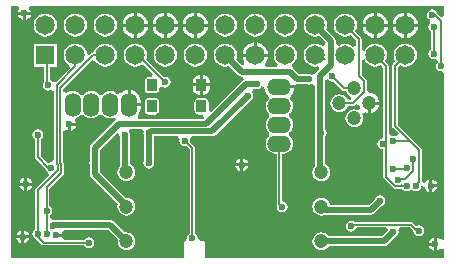
<source format=gbl>
G04*
G04 #@! TF.GenerationSoftware,Altium Limited,Altium Designer,19.1.5 (86)*
G04*
G04 Layer_Physical_Order=2*
G04 Layer_Color=1930808*
%FSLAX25Y25*%
%MOIN*%
G70*
G01*
G75*
%ADD12C,0.01000*%
%ADD14C,0.00600*%
%ADD42C,0.02000*%
%ADD44C,0.06496*%
%ADD45R,0.06496X0.06496*%
%ADD46O,0.05512X0.07874*%
%ADD47O,0.07874X0.05512*%
%ADD48C,0.04724*%
G04:AMPARAMS|DCode=49|XSize=43.31mil|YSize=35.43mil|CornerRadius=8.86mil|HoleSize=0mil|Usage=FLASHONLY|Rotation=270.000|XOffset=0mil|YOffset=0mil|HoleType=Round|Shape=RoundedRectangle|*
%AMROUNDEDRECTD49*
21,1,0.04331,0.01772,0,0,270.0*
21,1,0.02559,0.03543,0,0,270.0*
1,1,0.01772,-0.00886,-0.01280*
1,1,0.01772,-0.00886,0.01280*
1,1,0.01772,0.00886,0.01280*
1,1,0.01772,0.00886,-0.01280*
%
%ADD49ROUNDEDRECTD49*%
%ADD50C,0.02362*%
G36*
X145000Y81212D02*
X144000Y80798D01*
X142696Y82101D01*
X142678Y82195D01*
X142284Y82784D01*
X141695Y83178D01*
X141000Y83316D01*
X140305Y83178D01*
X139716Y82784D01*
X139322Y82195D01*
X139184Y81500D01*
X139322Y80805D01*
X139716Y80216D01*
X140137Y79934D01*
X140277Y79227D01*
X140258Y78812D01*
X140216Y78784D01*
X139822Y78195D01*
X139684Y77500D01*
X139822Y76805D01*
X140216Y76216D01*
X140582Y75971D01*
Y70029D01*
X140216Y69784D01*
X139822Y69195D01*
X139684Y68500D01*
X139822Y67805D01*
X140216Y67216D01*
X140805Y66822D01*
X141500Y66684D01*
X142082Y66800D01*
X142312Y66742D01*
X142330Y66729D01*
X142716Y65784D01*
X142322Y65195D01*
X142184Y64500D01*
X142322Y63805D01*
X142716Y63216D01*
X143305Y62822D01*
X144000Y62684D01*
X145000Y61915D01*
Y6561D01*
X144839Y6451D01*
X143572Y6572D01*
X142851Y7055D01*
X142500Y7124D01*
Y5000D01*
Y2876D01*
X142851Y2945D01*
X143572Y3427D01*
X144839Y3549D01*
X145000Y3439D01*
Y500D01*
X65149D01*
Y5500D01*
X64959Y5959D01*
X64500Y6149D01*
X63666D01*
X62816Y7000D01*
X62678Y7695D01*
X62284Y8284D01*
X61918Y8529D01*
Y37000D01*
X61848Y37351D01*
X61649Y37649D01*
X60230Y39068D01*
X60316Y39500D01*
X60226Y39953D01*
X60642Y40700D01*
X60874Y40953D01*
X67584D01*
X68208Y41077D01*
X68738Y41431D01*
X80113Y52806D01*
X80195Y52822D01*
X80784Y53216D01*
X81178Y53805D01*
X81316Y54500D01*
X81178Y55195D01*
X80914Y55590D01*
X81120Y56376D01*
X81279Y56656D01*
X81805Y56822D01*
X82500Y56684D01*
X83195Y56822D01*
X83784Y57216D01*
X84042Y57602D01*
X84852Y57476D01*
X85038Y57393D01*
X85160Y56468D01*
X85538Y55555D01*
X86140Y54770D01*
X86261Y54677D01*
X86425Y53543D01*
X85887Y52842D01*
X85549Y52026D01*
X85434Y51150D01*
X85549Y50274D01*
X85887Y49457D01*
X86425Y48756D01*
X86624Y48604D01*
Y47396D01*
X86425Y47244D01*
X85887Y46543D01*
X85549Y45726D01*
X85434Y44850D01*
X85549Y43974D01*
X85887Y43158D01*
X86425Y42457D01*
X86624Y42304D01*
Y41097D01*
X86425Y40945D01*
X85887Y40244D01*
X85549Y39427D01*
X85434Y38551D01*
X85549Y37675D01*
X85887Y36859D01*
X86425Y36158D01*
X87126Y35620D01*
X87943Y35282D01*
X88819Y35166D01*
X89082D01*
Y18500D01*
X89152Y18149D01*
X89276Y17963D01*
X89184Y17500D01*
X89322Y16805D01*
X89716Y16216D01*
X90305Y15822D01*
X91000Y15684D01*
X91695Y15822D01*
X92284Y16216D01*
X92678Y16805D01*
X92816Y17500D01*
X92678Y18195D01*
X92284Y18784D01*
X91695Y19178D01*
X91000Y19316D01*
X90918Y19384D01*
Y35166D01*
X91181D01*
X92057Y35282D01*
X92874Y35620D01*
X93575Y36158D01*
X94112Y36859D01*
X94451Y37675D01*
X94566Y38551D01*
X94451Y39427D01*
X94112Y40244D01*
X93575Y40945D01*
X93376Y41097D01*
Y42304D01*
X93575Y42457D01*
X94112Y43158D01*
X94451Y43974D01*
X94566Y44850D01*
X94451Y45726D01*
X94112Y46543D01*
X93575Y47244D01*
X93376Y47396D01*
Y48604D01*
X93575Y48756D01*
X94112Y49457D01*
X94451Y50274D01*
X94566Y51150D01*
X94451Y52026D01*
X94112Y52842D01*
X93575Y53543D01*
X93739Y54677D01*
X93860Y54770D01*
X94462Y55555D01*
X94840Y56468D01*
X94904Y56949D01*
X90000D01*
Y57949D01*
X95288D01*
X95853Y58398D01*
X96000Y58369D01*
X99236D01*
X99305Y58322D01*
X100000Y58184D01*
X100695Y58322D01*
X100829Y58412D01*
X101829Y57877D01*
Y31088D01*
X101373Y30494D01*
X101075Y29773D01*
X100973Y29000D01*
X101075Y28227D01*
X101373Y27506D01*
X101848Y26887D01*
X102467Y26412D01*
X103187Y26114D01*
X103961Y26012D01*
X104734Y26114D01*
X105455Y26412D01*
X106073Y26887D01*
X106548Y27506D01*
X106847Y28227D01*
X106948Y29000D01*
X106847Y29773D01*
X106548Y30494D01*
X106073Y31113D01*
X105455Y31587D01*
X105092Y31738D01*
Y40614D01*
X105245Y40716D01*
X105638Y41305D01*
X105777Y42000D01*
X105638Y42695D01*
X105245Y43284D01*
X105092Y43386D01*
Y59598D01*
X106092Y59901D01*
X106216Y59716D01*
X106805Y59322D01*
X107500Y59184D01*
X107932Y59270D01*
X110851Y56351D01*
X111149Y56152D01*
X111500Y56082D01*
X112174D01*
X112413Y55506D01*
X112887Y54887D01*
X113506Y54413D01*
X113817Y53643D01*
X113815Y53252D01*
X113750Y53198D01*
X112625Y53404D01*
X112587Y53494D01*
X112113Y54113D01*
X111494Y54588D01*
X110773Y54886D01*
X110000Y54988D01*
X109227Y54886D01*
X108506Y54588D01*
X107887Y54113D01*
X107413Y53494D01*
X107114Y52773D01*
X107012Y52000D01*
X107114Y51227D01*
X107413Y50506D01*
X107887Y49887D01*
X108506Y49413D01*
X109227Y49114D01*
X110000Y49012D01*
X110773Y49114D01*
X111494Y49413D01*
X112113Y49887D01*
X112587Y50506D01*
X112826Y51082D01*
X114613D01*
X114965Y51152D01*
X115262Y51351D01*
X115636Y51725D01*
X116692Y51367D01*
X116724Y51122D01*
X117023Y50402D01*
X116843Y50125D01*
X116287Y49673D01*
X115773Y49886D01*
X115000Y49988D01*
X114227Y49886D01*
X113506Y49588D01*
X112887Y49113D01*
X112413Y48494D01*
X112114Y47773D01*
X112012Y47000D01*
X112114Y46227D01*
X112413Y45506D01*
X112887Y44887D01*
X113506Y44412D01*
X114227Y44114D01*
X115000Y44012D01*
X115773Y44114D01*
X116494Y44412D01*
X117113Y44887D01*
X117587Y45506D01*
X117886Y46227D01*
X117988Y47000D01*
X117886Y47773D01*
X117673Y48287D01*
X118125Y48843D01*
X118402Y49023D01*
X119122Y48724D01*
X119500Y48675D01*
Y52000D01*
X120000D01*
Y52500D01*
X123325D01*
X123276Y52878D01*
X122937Y53696D01*
X122398Y54398D01*
X121696Y54937D01*
X120878Y55276D01*
X120144Y55372D01*
X119972Y55422D01*
X119180Y56292D01*
Y59238D01*
X119110Y59589D01*
X118911Y59887D01*
X117418Y61380D01*
Y66406D01*
X118418Y66605D01*
X118639Y66071D01*
X119256Y65267D01*
X120059Y64651D01*
X120995Y64263D01*
X122000Y64131D01*
X123004Y64263D01*
X123768Y64579D01*
X124362Y64146D01*
X124582Y63882D01*
Y40384D01*
X124500Y40316D01*
X123805Y40178D01*
X123216Y39784D01*
X122822Y39195D01*
X122684Y38500D01*
X122822Y37805D01*
X123216Y37216D01*
X123805Y36822D01*
X124500Y36684D01*
X124582Y36616D01*
Y27557D01*
X124652Y27206D01*
X124851Y26908D01*
X127989Y23770D01*
X128287Y23571D01*
X128638Y23501D01*
X130362D01*
X130713Y23571D01*
X131216Y23216D01*
X131805Y22822D01*
X132500Y22684D01*
X133195Y22822D01*
X133784Y23216D01*
X134216D01*
X134805Y22822D01*
X135500Y22684D01*
X136195Y22822D01*
X136784Y23216D01*
X137178Y23805D01*
X137264Y24239D01*
X137302Y24273D01*
X137395Y24284D01*
X138394Y23909D01*
X138445Y23649D01*
X138927Y22928D01*
X139649Y22445D01*
X140000Y22376D01*
Y24500D01*
Y26624D01*
X139649Y26555D01*
X138927Y26072D01*
X138695Y25724D01*
X138559Y25534D01*
X138404Y25361D01*
X137567Y25565D01*
X137499Y25633D01*
X137499Y26171D01*
Y36419D01*
X137429Y36770D01*
X137230Y37068D01*
X134149Y40149D01*
X129418Y44880D01*
Y63882D01*
X129638Y64146D01*
X130232Y64579D01*
X130996Y64263D01*
X132000Y64131D01*
X133004Y64263D01*
X133941Y64651D01*
X134744Y65267D01*
X135361Y66071D01*
X135749Y67007D01*
X135881Y68012D01*
X135749Y69016D01*
X135361Y69952D01*
X134744Y70756D01*
X133941Y71373D01*
X133004Y71761D01*
X132000Y71893D01*
X130996Y71761D01*
X130059Y71373D01*
X129256Y70756D01*
X128639Y69952D01*
X128251Y69016D01*
X128119Y68012D01*
X128251Y67007D01*
X128639Y66071D01*
X128692Y66002D01*
X127851Y65161D01*
X127652Y64863D01*
X127582Y64512D01*
Y44500D01*
X127652Y44149D01*
X127851Y43851D01*
X129718Y41985D01*
X129720Y41974D01*
X129353Y40935D01*
X129099Y40908D01*
X128695Y41178D01*
X128000Y41316D01*
X127418Y41200D01*
X127188Y41258D01*
X126418Y41787D01*
Y64512D01*
X126348Y64863D01*
X126149Y65161D01*
X125308Y66002D01*
X125361Y66071D01*
X125749Y67007D01*
X125881Y68012D01*
X125749Y69016D01*
X125361Y69952D01*
X124744Y70756D01*
X123941Y71373D01*
X123004Y71761D01*
X122000Y71893D01*
X120995Y71761D01*
X120059Y71373D01*
X119256Y70756D01*
X118639Y69952D01*
X118418Y69419D01*
X117418Y69617D01*
Y73500D01*
X117348Y73851D01*
X117149Y74149D01*
X115308Y75990D01*
X115361Y76059D01*
X115749Y76995D01*
X115881Y78000D01*
X115749Y79005D01*
X115361Y79941D01*
X114744Y80744D01*
X113941Y81361D01*
X113005Y81749D01*
X112000Y81881D01*
X110995Y81749D01*
X110059Y81361D01*
X109256Y80744D01*
X108639Y79941D01*
X108251Y79005D01*
X108119Y78000D01*
X108251Y76995D01*
X108639Y76059D01*
X109256Y75256D01*
X110059Y74639D01*
X110995Y74251D01*
X112000Y74119D01*
X113005Y74251D01*
X113941Y74639D01*
X114010Y74692D01*
X115582Y73120D01*
Y71307D01*
X115182Y71044D01*
X114582Y70881D01*
X113941Y71373D01*
X113005Y71761D01*
X112000Y71893D01*
X110995Y71761D01*
X110059Y71373D01*
X109783Y71161D01*
X108783Y71654D01*
Y72848D01*
X108659Y73472D01*
X108306Y74002D01*
X105621Y76686D01*
X105749Y76995D01*
X105881Y78000D01*
X105749Y79005D01*
X105361Y79941D01*
X104744Y80744D01*
X103941Y81361D01*
X103005Y81749D01*
X102000Y81881D01*
X100996Y81749D01*
X100059Y81361D01*
X99256Y80744D01*
X98639Y79941D01*
X98251Y79005D01*
X98119Y78000D01*
X98251Y76995D01*
X98639Y76059D01*
X99256Y75256D01*
X100059Y74639D01*
X100996Y74251D01*
X102000Y74119D01*
X103005Y74251D01*
X103314Y74379D01*
X105393Y72300D01*
X105357Y71328D01*
X104470Y70967D01*
X103941Y71373D01*
X103005Y71761D01*
X102000Y71893D01*
X100996Y71761D01*
X100059Y71373D01*
X99256Y70756D01*
X98639Y69952D01*
X98251Y69016D01*
X98119Y68012D01*
X98251Y67007D01*
X98639Y66071D01*
X99256Y65267D01*
X100059Y64651D01*
X100996Y64263D01*
X102000Y64131D01*
X102845Y64242D01*
X103146Y63891D01*
X103356Y63339D01*
X102307Y62290D01*
X102040Y61890D01*
X101967Y61832D01*
X101681Y61706D01*
X100891Y61547D01*
X100695Y61678D01*
X100000Y61816D01*
X99305Y61678D01*
X99236Y61631D01*
X96676D01*
X94653Y63653D01*
X94412Y63815D01*
X94405Y63827D01*
X94304Y64764D01*
X94352Y64966D01*
X94744Y65267D01*
X95361Y66071D01*
X95749Y67007D01*
X95881Y68012D01*
X95749Y69016D01*
X95361Y69952D01*
X94744Y70756D01*
X93941Y71373D01*
X93005Y71761D01*
X92000Y71893D01*
X90996Y71761D01*
X90059Y71373D01*
X89256Y70756D01*
X88639Y69952D01*
X88251Y69016D01*
X88119Y68012D01*
X88251Y67007D01*
X88639Y66071D01*
X89256Y65267D01*
X89433Y65131D01*
X89093Y64131D01*
X85564D01*
X85291Y64565D01*
X85144Y65131D01*
X85711Y65869D01*
X86139Y66903D01*
X86219Y67512D01*
X77781D01*
X77861Y66903D01*
X78289Y65869D01*
X78328Y65819D01*
X78096Y64795D01*
X77956Y64661D01*
X77615Y64704D01*
X75621Y66698D01*
X75749Y67007D01*
X75881Y68012D01*
X75749Y69016D01*
X75361Y69952D01*
X74744Y70756D01*
X73941Y71373D01*
X73005Y71761D01*
X72000Y71893D01*
X70995Y71761D01*
X70059Y71373D01*
X69256Y70756D01*
X68639Y69952D01*
X68251Y69016D01*
X68119Y68012D01*
X68251Y67007D01*
X68639Y66071D01*
X69256Y65267D01*
X70059Y64651D01*
X70995Y64263D01*
X72000Y64131D01*
X73005Y64263D01*
X73314Y64391D01*
X76358Y61347D01*
X76888Y60993D01*
X77512Y60869D01*
X77971D01*
X78168Y59869D01*
X77846Y59654D01*
X67342Y49149D01*
X66421Y49642D01*
X66436Y49720D01*
Y52280D01*
X66321Y52859D01*
X65992Y53351D01*
X65501Y53679D01*
X64921Y53794D01*
X63150D01*
X62570Y53679D01*
X62078Y53351D01*
X61750Y52859D01*
X61635Y52280D01*
Y49720D01*
X61750Y49141D01*
X62078Y48649D01*
X62570Y48321D01*
X63150Y48206D01*
X64403D01*
X64911Y47205D01*
X64626Y46816D01*
X43196D01*
X42942Y47183D01*
X42762Y47816D01*
X43230Y48425D01*
X43608Y49338D01*
X43737Y50319D01*
Y51000D01*
X39949D01*
Y51500D01*
X39449D01*
Y56404D01*
X38968Y56340D01*
X38055Y55962D01*
X37270Y55360D01*
X37177Y55239D01*
X36043Y55075D01*
X35342Y55612D01*
X34526Y55951D01*
X33650Y56066D01*
X32774Y55951D01*
X31957Y55612D01*
X31256Y55075D01*
X31104Y54876D01*
X29896D01*
X29744Y55075D01*
X29043Y55612D01*
X28227Y55951D01*
X27350Y56066D01*
X26474Y55951D01*
X25658Y55612D01*
X24957Y55075D01*
X24804Y54876D01*
X23597D01*
X23445Y55075D01*
X22744Y55612D01*
X21927Y55951D01*
X21051Y56066D01*
X20175Y55951D01*
X19359Y55612D01*
X18918Y55274D01*
X18066Y55586D01*
X17991Y55650D01*
X17968Y56671D01*
X27630Y66333D01*
X28419Y66176D01*
X28701Y65990D01*
X29256Y65267D01*
X30059Y64651D01*
X30996Y64263D01*
X32000Y64131D01*
X33005Y64263D01*
X33941Y64651D01*
X34744Y65267D01*
X35361Y66071D01*
X35749Y67007D01*
X35881Y68012D01*
X35749Y69016D01*
X35361Y69952D01*
X34744Y70756D01*
X33941Y71373D01*
X33005Y71761D01*
X32000Y71893D01*
X30996Y71761D01*
X30059Y71373D01*
X29256Y70756D01*
X28639Y69952D01*
X28251Y69016D01*
X28240Y68929D01*
X28012D01*
X27661Y68860D01*
X27363Y68661D01*
X26869Y68167D01*
X25814Y68525D01*
X25749Y69016D01*
X25361Y69952D01*
X24744Y70756D01*
X23941Y71373D01*
X23005Y71761D01*
X22000Y71893D01*
X20996Y71761D01*
X20059Y71373D01*
X19256Y70756D01*
X18639Y69952D01*
X18251Y69016D01*
X18119Y68012D01*
X18251Y67007D01*
X18639Y66071D01*
X19256Y65267D01*
X19801Y64849D01*
X20061Y63694D01*
X15527Y59160D01*
X14409Y59212D01*
X14284Y59284D01*
X14283Y59285D01*
X13695Y59678D01*
X13418Y59733D01*
Y64164D01*
X15848D01*
Y71860D01*
X8152D01*
Y64164D01*
X11582D01*
Y59084D01*
X11322Y58695D01*
X11184Y58000D01*
X11322Y57305D01*
X11716Y56716D01*
X12305Y56322D01*
X13000Y56184D01*
X13695Y56322D01*
X13882Y56447D01*
X14882Y55948D01*
Y33160D01*
X14000Y32316D01*
X13305Y32178D01*
X12894Y31903D01*
X10418Y34380D01*
Y39971D01*
X10784Y40216D01*
X11178Y40805D01*
X11316Y41500D01*
X11178Y42195D01*
X10784Y42784D01*
X10195Y43178D01*
X9500Y43316D01*
X8805Y43178D01*
X8216Y42784D01*
X7822Y42195D01*
X7684Y41500D01*
X7822Y40805D01*
X8216Y40216D01*
X8582Y39971D01*
Y34000D01*
X8652Y33649D01*
X8851Y33351D01*
X12304Y29899D01*
X12322Y29805D01*
X12716Y29216D01*
X12889Y29100D01*
X13119Y27917D01*
X8824Y23621D01*
X8625Y23324D01*
X8555Y22973D01*
Y10036D01*
X8189Y9791D01*
X7795Y9202D01*
X7657Y8507D01*
X7795Y7812D01*
X8189Y7223D01*
X8778Y6829D01*
X8897Y6805D01*
X10851Y4851D01*
X11149Y4652D01*
X11500Y4582D01*
X24971D01*
X25216Y4216D01*
X25805Y3822D01*
X26500Y3684D01*
X27195Y3822D01*
X27784Y4216D01*
X28178Y4805D01*
X28316Y5500D01*
X28178Y6195D01*
X27784Y6784D01*
X27195Y7178D01*
X26500Y7316D01*
X25805Y7178D01*
X25216Y6784D01*
X24971Y6418D01*
X18269D01*
X18049Y6642D01*
X17608Y7418D01*
X17624Y7500D01*
X15500D01*
Y8500D01*
X17624D01*
X17555Y8851D01*
X17543Y8869D01*
X18077Y9869D01*
X32864D01*
X36131Y6601D01*
X36052Y6000D01*
X36153Y5227D01*
X36452Y4506D01*
X36927Y3887D01*
X37545Y3413D01*
X38266Y3114D01*
X39039Y3012D01*
X39813Y3114D01*
X40533Y3413D01*
X41152Y3887D01*
X41627Y4506D01*
X41925Y5227D01*
X42027Y6000D01*
X41925Y6773D01*
X41627Y7494D01*
X41152Y8113D01*
X40533Y8587D01*
X39813Y8886D01*
X39039Y8988D01*
X38438Y8909D01*
X34693Y12653D01*
X34164Y13007D01*
X33539Y13131D01*
X14500D01*
X13656Y13755D01*
X13613Y14602D01*
X13784Y14716D01*
X14178Y15305D01*
X14316Y16000D01*
X14178Y16695D01*
X13784Y17284D01*
X13337Y17583D01*
Y23539D01*
X17930Y28132D01*
X18129Y28430D01*
X18199Y28781D01*
Y31859D01*
X18129Y32210D01*
X17930Y32508D01*
X17918Y32520D01*
Y42566D01*
X18918Y43100D01*
X19149Y42945D01*
X19500Y42876D01*
Y45000D01*
X20000D01*
Y45500D01*
X22124D01*
X22055Y45851D01*
X21928Y46041D01*
X21928Y46269D01*
X22294Y47201D01*
X22744Y47387D01*
X23445Y47925D01*
X23597Y48124D01*
X24804D01*
X24957Y47925D01*
X25658Y47387D01*
X26474Y47049D01*
X27350Y46934D01*
X28227Y47049D01*
X29043Y47387D01*
X29744Y47925D01*
X29896Y48124D01*
X31104D01*
X31256Y47925D01*
X31957Y47387D01*
X32774Y47049D01*
X33650Y46934D01*
X34526Y47049D01*
X34964Y47231D01*
X35438Y46345D01*
X35427Y46338D01*
X27347Y38257D01*
X26993Y37728D01*
X26869Y37103D01*
Y32764D01*
X26822Y32695D01*
X26684Y32000D01*
X26822Y31305D01*
X26869Y31236D01*
Y28500D01*
X26993Y27876D01*
X27347Y27347D01*
X36204Y18489D01*
X36114Y18273D01*
X36012Y17500D01*
X36114Y16727D01*
X36413Y16006D01*
X36887Y15387D01*
X37506Y14912D01*
X38227Y14614D01*
X39000Y14512D01*
X39773Y14614D01*
X40494Y14912D01*
X41113Y15387D01*
X41587Y16006D01*
X41886Y16727D01*
X41988Y17500D01*
X41886Y18273D01*
X41587Y18994D01*
X41113Y19613D01*
X40494Y20087D01*
X39773Y20386D01*
X39000Y20488D01*
X38840Y20467D01*
X30131Y29176D01*
Y31236D01*
X30178Y31305D01*
X30316Y32000D01*
X30178Y32695D01*
X30131Y32764D01*
Y36428D01*
X35779Y42075D01*
X36700Y41583D01*
X36684Y41500D01*
X36822Y40805D01*
X36869Y40736D01*
Y31088D01*
X36413Y30494D01*
X36114Y29773D01*
X36012Y29000D01*
X36114Y28227D01*
X36413Y27506D01*
X36887Y26887D01*
X37506Y26412D01*
X38227Y26114D01*
X39000Y26012D01*
X39773Y26114D01*
X40494Y26412D01*
X41113Y26887D01*
X41587Y27506D01*
X41886Y28227D01*
X41988Y29000D01*
X41886Y29773D01*
X41587Y30494D01*
X41113Y31113D01*
X40494Y31587D01*
X40131Y31738D01*
Y40736D01*
X40178Y40805D01*
X40316Y41500D01*
X40178Y42195D01*
X39939Y42553D01*
X40224Y43350D01*
X40382Y43553D01*
X44193D01*
X44640Y42943D01*
X44794Y42553D01*
X44684Y42000D01*
X44822Y41305D01*
X44869Y41236D01*
Y32764D01*
X44822Y32695D01*
X44684Y32000D01*
X44822Y31305D01*
X45216Y30716D01*
X45805Y30322D01*
X46500Y30184D01*
X47195Y30322D01*
X47784Y30716D01*
X48178Y31305D01*
X48316Y32000D01*
X48178Y32695D01*
X48131Y32764D01*
Y40953D01*
X56126D01*
X56358Y40700D01*
X56774Y39953D01*
X56684Y39500D01*
X56822Y38805D01*
X57216Y38216D01*
X57805Y37822D01*
X58500Y37684D01*
X58932Y37770D01*
X60082Y36620D01*
Y8529D01*
X59716Y8284D01*
X59322Y7695D01*
X59184Y7000D01*
X59003Y6164D01*
X58541Y5959D01*
X58351Y5500D01*
Y500D01*
X500D01*
Y84500D01*
X3016D01*
X3295Y83871D01*
X3379Y83500D01*
X2945Y82851D01*
X2876Y82500D01*
X7124D01*
X7055Y82851D01*
X6621Y83500D01*
X6705Y83871D01*
X6984Y84500D01*
X145000D01*
Y81212D01*
D02*
G37*
%LPC*%
G36*
X7124Y81500D02*
X5500D01*
Y79876D01*
X5851Y79945D01*
X6572Y80427D01*
X7055Y81149D01*
X7124Y81500D01*
D02*
G37*
G36*
X4500D02*
X2876D01*
X2945Y81149D01*
X3427Y80427D01*
X4149Y79945D01*
X4500Y79876D01*
Y81500D01*
D02*
G37*
G36*
X132500Y82219D02*
Y78500D01*
X136219D01*
X136139Y79109D01*
X135711Y80142D01*
X135030Y81030D01*
X134142Y81711D01*
X133109Y82139D01*
X132500Y82219D01*
D02*
G37*
G36*
X131500D02*
X130891Y82139D01*
X129858Y81711D01*
X128970Y81030D01*
X128289Y80142D01*
X127861Y79109D01*
X127781Y78500D01*
X131500D01*
Y82219D01*
D02*
G37*
G36*
X122500D02*
Y78500D01*
X126219D01*
X126139Y79109D01*
X125711Y80142D01*
X125030Y81030D01*
X124142Y81711D01*
X123109Y82139D01*
X122500Y82219D01*
D02*
G37*
G36*
X121500D02*
X120891Y82139D01*
X119858Y81711D01*
X118970Y81030D01*
X118289Y80142D01*
X117861Y79109D01*
X117781Y78500D01*
X121500D01*
Y82219D01*
D02*
G37*
G36*
X62500D02*
Y78500D01*
X66219D01*
X66139Y79109D01*
X65711Y80142D01*
X65030Y81030D01*
X64142Y81711D01*
X63109Y82139D01*
X62500Y82219D01*
D02*
G37*
G36*
X61500D02*
X60891Y82139D01*
X59858Y81711D01*
X58970Y81030D01*
X58289Y80142D01*
X57861Y79109D01*
X57781Y78500D01*
X61500D01*
Y82219D01*
D02*
G37*
G36*
X52500D02*
Y78500D01*
X56219D01*
X56139Y79109D01*
X55711Y80142D01*
X55030Y81030D01*
X54142Y81711D01*
X53109Y82139D01*
X52500Y82219D01*
D02*
G37*
G36*
X51500D02*
X50891Y82139D01*
X49858Y81711D01*
X48970Y81030D01*
X48289Y80142D01*
X47861Y79109D01*
X47781Y78500D01*
X51500D01*
Y82219D01*
D02*
G37*
G36*
X42500D02*
Y78500D01*
X46219D01*
X46139Y79109D01*
X45711Y80142D01*
X45030Y81030D01*
X44142Y81711D01*
X43109Y82139D01*
X42500Y82219D01*
D02*
G37*
G36*
X41500D02*
X40891Y82139D01*
X39858Y81711D01*
X38970Y81030D01*
X38289Y80142D01*
X37861Y79109D01*
X37781Y78500D01*
X41500D01*
Y82219D01*
D02*
G37*
G36*
X92000Y81881D02*
X90996Y81749D01*
X90059Y81361D01*
X89256Y80744D01*
X88639Y79941D01*
X88251Y79005D01*
X88119Y78000D01*
X88251Y76995D01*
X88639Y76059D01*
X89256Y75256D01*
X90059Y74639D01*
X90996Y74251D01*
X92000Y74119D01*
X93005Y74251D01*
X93941Y74639D01*
X94744Y75256D01*
X95361Y76059D01*
X95749Y76995D01*
X95881Y78000D01*
X95749Y79005D01*
X95361Y79941D01*
X94744Y80744D01*
X93941Y81361D01*
X93005Y81749D01*
X92000Y81881D01*
D02*
G37*
G36*
X82000D02*
X80996Y81749D01*
X80059Y81361D01*
X79256Y80744D01*
X78639Y79941D01*
X78251Y79005D01*
X78119Y78000D01*
X78251Y76995D01*
X78639Y76059D01*
X79256Y75256D01*
X80059Y74639D01*
X80996Y74251D01*
X82000Y74119D01*
X83004Y74251D01*
X83941Y74639D01*
X84744Y75256D01*
X85361Y76059D01*
X85749Y76995D01*
X85881Y78000D01*
X85749Y79005D01*
X85361Y79941D01*
X84744Y80744D01*
X83941Y81361D01*
X83004Y81749D01*
X82000Y81881D01*
D02*
G37*
G36*
X72000D02*
X70995Y81749D01*
X70059Y81361D01*
X69256Y80744D01*
X68639Y79941D01*
X68251Y79005D01*
X68119Y78000D01*
X68251Y76995D01*
X68639Y76059D01*
X69256Y75256D01*
X70059Y74639D01*
X70995Y74251D01*
X72000Y74119D01*
X73005Y74251D01*
X73941Y74639D01*
X74744Y75256D01*
X75361Y76059D01*
X75749Y76995D01*
X75881Y78000D01*
X75749Y79005D01*
X75361Y79941D01*
X74744Y80744D01*
X73941Y81361D01*
X73005Y81749D01*
X72000Y81881D01*
D02*
G37*
G36*
X32000D02*
X30996Y81749D01*
X30059Y81361D01*
X29256Y80744D01*
X28639Y79941D01*
X28251Y79005D01*
X28119Y78000D01*
X28251Y76995D01*
X28639Y76059D01*
X29256Y75256D01*
X30059Y74639D01*
X30996Y74251D01*
X32000Y74119D01*
X33005Y74251D01*
X33941Y74639D01*
X34744Y75256D01*
X35361Y76059D01*
X35749Y76995D01*
X35881Y78000D01*
X35749Y79005D01*
X35361Y79941D01*
X34744Y80744D01*
X33941Y81361D01*
X33005Y81749D01*
X32000Y81881D01*
D02*
G37*
G36*
X22000D02*
X20996Y81749D01*
X20059Y81361D01*
X19256Y80744D01*
X18639Y79941D01*
X18251Y79005D01*
X18119Y78000D01*
X18251Y76995D01*
X18639Y76059D01*
X19256Y75256D01*
X20059Y74639D01*
X20996Y74251D01*
X22000Y74119D01*
X23005Y74251D01*
X23941Y74639D01*
X24744Y75256D01*
X25361Y76059D01*
X25749Y76995D01*
X25881Y78000D01*
X25749Y79005D01*
X25361Y79941D01*
X24744Y80744D01*
X23941Y81361D01*
X23005Y81749D01*
X22000Y81881D01*
D02*
G37*
G36*
X12000D02*
X10995Y81749D01*
X10059Y81361D01*
X9256Y80744D01*
X8639Y79941D01*
X8251Y79005D01*
X8119Y78000D01*
X8251Y76995D01*
X8639Y76059D01*
X9256Y75256D01*
X10059Y74639D01*
X10995Y74251D01*
X12000Y74119D01*
X13004Y74251D01*
X13941Y74639D01*
X14744Y75256D01*
X15361Y76059D01*
X15749Y76995D01*
X15881Y78000D01*
X15749Y79005D01*
X15361Y79941D01*
X14744Y80744D01*
X13941Y81361D01*
X13004Y81749D01*
X12000Y81881D01*
D02*
G37*
G36*
X136219Y77500D02*
X132500D01*
Y73781D01*
X133109Y73861D01*
X134142Y74289D01*
X135030Y74970D01*
X135711Y75858D01*
X136139Y76891D01*
X136219Y77500D01*
D02*
G37*
G36*
X131500D02*
X127781D01*
X127861Y76891D01*
X128289Y75858D01*
X128970Y74970D01*
X129858Y74289D01*
X130891Y73861D01*
X131500Y73781D01*
Y77500D01*
D02*
G37*
G36*
X126219D02*
X122500D01*
Y73781D01*
X123109Y73861D01*
X124142Y74289D01*
X125030Y74970D01*
X125711Y75858D01*
X126139Y76891D01*
X126219Y77500D01*
D02*
G37*
G36*
X121500D02*
X117781D01*
X117861Y76891D01*
X118289Y75858D01*
X118970Y74970D01*
X119858Y74289D01*
X120891Y73861D01*
X121500Y73781D01*
Y77500D01*
D02*
G37*
G36*
X66219D02*
X62500D01*
Y73781D01*
X63109Y73861D01*
X64142Y74289D01*
X65030Y74970D01*
X65711Y75858D01*
X66139Y76891D01*
X66219Y77500D01*
D02*
G37*
G36*
X61500D02*
X57781D01*
X57861Y76891D01*
X58289Y75858D01*
X58970Y74970D01*
X59858Y74289D01*
X60891Y73861D01*
X61500Y73781D01*
Y77500D01*
D02*
G37*
G36*
X56219D02*
X52500D01*
Y73781D01*
X53109Y73861D01*
X54142Y74289D01*
X55030Y74970D01*
X55711Y75858D01*
X56139Y76891D01*
X56219Y77500D01*
D02*
G37*
G36*
X51500D02*
X47781D01*
X47861Y76891D01*
X48289Y75858D01*
X48970Y74970D01*
X49858Y74289D01*
X50891Y73861D01*
X51500Y73781D01*
Y77500D01*
D02*
G37*
G36*
X46219D02*
X42500D01*
Y73781D01*
X43109Y73861D01*
X44142Y74289D01*
X45030Y74970D01*
X45711Y75858D01*
X46139Y76891D01*
X46219Y77500D01*
D02*
G37*
G36*
X41500D02*
X37781D01*
X37861Y76891D01*
X38289Y75858D01*
X38970Y74970D01*
X39858Y74289D01*
X40891Y73861D01*
X41500Y73781D01*
Y77500D01*
D02*
G37*
G36*
X82500Y72231D02*
Y68512D01*
X86219D01*
X86139Y69121D01*
X85711Y70154D01*
X85030Y71042D01*
X84142Y71723D01*
X83109Y72150D01*
X82500Y72231D01*
D02*
G37*
G36*
X81500D02*
X80891Y72150D01*
X79858Y71723D01*
X78970Y71042D01*
X78289Y70154D01*
X77861Y69121D01*
X77781Y68512D01*
X81500D01*
Y72231D01*
D02*
G37*
G36*
X62000Y71893D02*
X60996Y71761D01*
X60059Y71373D01*
X59256Y70756D01*
X58639Y69952D01*
X58251Y69016D01*
X58119Y68012D01*
X58251Y67007D01*
X58639Y66071D01*
X59256Y65267D01*
X60059Y64651D01*
X60996Y64263D01*
X62000Y64131D01*
X63004Y64263D01*
X63941Y64651D01*
X64744Y65267D01*
X65361Y66071D01*
X65749Y67007D01*
X65881Y68012D01*
X65749Y69016D01*
X65361Y69952D01*
X64744Y70756D01*
X63941Y71373D01*
X63004Y71761D01*
X62000Y71893D01*
D02*
G37*
G36*
X52000D02*
X50995Y71761D01*
X50059Y71373D01*
X49256Y70756D01*
X48639Y69952D01*
X48251Y69016D01*
X48119Y68012D01*
X48251Y67007D01*
X48639Y66071D01*
X49256Y65267D01*
X50059Y64651D01*
X50995Y64263D01*
X52000Y64131D01*
X53004Y64263D01*
X53941Y64651D01*
X54744Y65267D01*
X55361Y66071D01*
X55749Y67007D01*
X55881Y68012D01*
X55749Y69016D01*
X55361Y69952D01*
X54744Y70756D01*
X53941Y71373D01*
X53004Y71761D01*
X52000Y71893D01*
D02*
G37*
G36*
X64921Y61289D02*
X64535D01*
Y58587D01*
X66844D01*
Y59366D01*
X66698Y60102D01*
X66281Y60726D01*
X65657Y61143D01*
X64921Y61289D01*
D02*
G37*
G36*
X63535D02*
X63150D01*
X62414Y61143D01*
X61790Y60726D01*
X61373Y60102D01*
X61227Y59366D01*
Y58587D01*
X63535D01*
Y61289D01*
D02*
G37*
G36*
X42000Y71893D02*
X40995Y71761D01*
X40059Y71373D01*
X39256Y70756D01*
X38639Y69952D01*
X38251Y69016D01*
X38119Y68012D01*
X38251Y67007D01*
X38639Y66071D01*
X39256Y65267D01*
X40059Y64651D01*
X40995Y64263D01*
X42000Y64131D01*
X43005Y64263D01*
X43941Y64651D01*
X44569Y65133D01*
X47821Y61881D01*
X47407Y60881D01*
X46614D01*
X46034Y60766D01*
X45543Y60437D01*
X45215Y59946D01*
X45099Y59366D01*
Y56807D01*
X45215Y56227D01*
X45543Y55736D01*
X46034Y55408D01*
X46614Y55292D01*
X48386D01*
X48966Y55408D01*
X49457Y55736D01*
X49785Y56227D01*
X49901Y56807D01*
Y57149D01*
X50230Y57378D01*
X50901Y57592D01*
X51305Y57322D01*
X52000Y57184D01*
X52695Y57322D01*
X53284Y57716D01*
X53678Y58305D01*
X53816Y59000D01*
X53678Y59695D01*
X53284Y60284D01*
X52695Y60678D01*
X52000Y60816D01*
X51568Y60730D01*
X45615Y66683D01*
X45749Y67007D01*
X45881Y68012D01*
X45749Y69016D01*
X45361Y69952D01*
X44744Y70756D01*
X43941Y71373D01*
X43005Y71761D01*
X42000Y71893D01*
D02*
G37*
G36*
X66844Y57587D02*
X64535D01*
Y54884D01*
X64921D01*
X65657Y55031D01*
X66281Y55448D01*
X66698Y56071D01*
X66844Y56807D01*
Y57587D01*
D02*
G37*
G36*
X63535D02*
X61227D01*
Y56807D01*
X61373Y56071D01*
X61790Y55448D01*
X62414Y55031D01*
X63150Y54884D01*
X63535D01*
Y57587D01*
D02*
G37*
G36*
X40449Y56404D02*
Y52000D01*
X43737D01*
Y52681D01*
X43608Y53662D01*
X43230Y54575D01*
X42628Y55360D01*
X41843Y55962D01*
X40929Y56340D01*
X40449Y56404D01*
D02*
G37*
G36*
X123325Y51500D02*
X120500D01*
Y48675D01*
X120878Y48724D01*
X121696Y49063D01*
X122398Y49602D01*
X122937Y50304D01*
X123276Y51122D01*
X123325Y51500D01*
D02*
G37*
G36*
X47579Y53797D02*
X47567Y53794D01*
X46614D01*
X46034Y53679D01*
X45543Y53351D01*
X45215Y52859D01*
X45099Y52280D01*
Y49720D01*
X45215Y49141D01*
X45543Y48649D01*
X46034Y48321D01*
X46614Y48206D01*
X48386D01*
X48966Y48321D01*
X49457Y48649D01*
X49785Y49141D01*
X49901Y49720D01*
Y52280D01*
X49785Y52859D01*
X49457Y53351D01*
X48966Y53679D01*
X48386Y53794D01*
X47590D01*
X47579Y53797D01*
D02*
G37*
G36*
X22124Y44500D02*
X20500D01*
Y42876D01*
X20851Y42945D01*
X21573Y43428D01*
X22055Y44149D01*
X22124Y44500D01*
D02*
G37*
G36*
X78000Y33624D02*
Y32000D01*
X79624D01*
X79554Y32351D01*
X79072Y33073D01*
X78351Y33555D01*
X78000Y33624D01*
D02*
G37*
G36*
X77000D02*
X76649Y33555D01*
X75928Y33073D01*
X75445Y32351D01*
X75376Y32000D01*
X77000D01*
Y33624D01*
D02*
G37*
G36*
X79624Y31000D02*
X78000D01*
Y29376D01*
X78351Y29445D01*
X79072Y29928D01*
X79554Y30649D01*
X79624Y31000D01*
D02*
G37*
G36*
X77000D02*
X75376D01*
X75445Y30649D01*
X75928Y29928D01*
X76649Y29445D01*
X77000Y29376D01*
Y31000D01*
D02*
G37*
G36*
X6000Y27124D02*
Y25500D01*
X7624D01*
X7555Y25851D01*
X7073Y26572D01*
X6351Y27055D01*
X6000Y27124D01*
D02*
G37*
G36*
X5000D02*
X4649Y27055D01*
X3928Y26572D01*
X3446Y25851D01*
X3376Y25500D01*
X5000D01*
Y27124D01*
D02*
G37*
G36*
X141000Y26624D02*
Y25000D01*
X142624D01*
X142554Y25351D01*
X142072Y26072D01*
X141351Y26555D01*
X141000Y26624D01*
D02*
G37*
G36*
X7624Y24500D02*
X6000D01*
Y22876D01*
X6351Y22945D01*
X7073Y23427D01*
X7555Y24149D01*
X7624Y24500D01*
D02*
G37*
G36*
X5000D02*
X3376D01*
X3446Y24149D01*
X3928Y23427D01*
X4649Y22945D01*
X5000Y22876D01*
Y24500D01*
D02*
G37*
G36*
X142624Y24000D02*
X141000D01*
Y22376D01*
X141351Y22445D01*
X142072Y22928D01*
X142554Y23649D01*
X142624Y24000D01*
D02*
G37*
G36*
X123500Y21316D02*
X122805Y21178D01*
X122216Y20784D01*
X121822Y20195D01*
X121806Y20113D01*
X119824Y18131D01*
X106865D01*
X106847Y18273D01*
X106548Y18994D01*
X106073Y19613D01*
X105455Y20087D01*
X104734Y20386D01*
X103961Y20488D01*
X103187Y20386D01*
X102467Y20087D01*
X101848Y19613D01*
X101373Y18994D01*
X101075Y18273D01*
X100973Y17500D01*
X101075Y16727D01*
X101373Y16006D01*
X101848Y15387D01*
X102467Y14912D01*
X103187Y14614D01*
X103961Y14512D01*
X104734Y14614D01*
X105349Y14869D01*
X120500D01*
X121124Y14993D01*
X121653Y15347D01*
X124113Y17806D01*
X124195Y17822D01*
X124784Y18216D01*
X125178Y18805D01*
X125316Y19500D01*
X125178Y20195D01*
X124784Y20784D01*
X124195Y21178D01*
X123500Y21316D01*
D02*
G37*
G36*
X5000Y9624D02*
Y8000D01*
X6624D01*
X6555Y8351D01*
X6072Y9072D01*
X5351Y9555D01*
X5000Y9624D01*
D02*
G37*
G36*
X4000D02*
X3649Y9555D01*
X2928Y9072D01*
X2445Y8351D01*
X2376Y8000D01*
X4000D01*
Y9624D01*
D02*
G37*
G36*
X114000Y12816D02*
X113305Y12678D01*
X112716Y12284D01*
X112322Y11695D01*
X112184Y11000D01*
X112322Y10305D01*
X112716Y9716D01*
X113305Y9322D01*
X114000Y9184D01*
X114695Y9322D01*
X115284Y9716D01*
X115678Y10305D01*
X115733Y10582D01*
X125713D01*
X126260Y9786D01*
X126268Y9757D01*
X126275Y9582D01*
X124324Y7631D01*
X106482D01*
X106113Y8113D01*
X105494Y8587D01*
X104773Y8886D01*
X104000Y8988D01*
X103227Y8886D01*
X102506Y8587D01*
X101887Y8113D01*
X101412Y7494D01*
X101114Y6773D01*
X101012Y6000D01*
X101114Y5227D01*
X101412Y4506D01*
X101887Y3887D01*
X102506Y3413D01*
X103227Y3114D01*
X104000Y3012D01*
X104773Y3114D01*
X105494Y3413D01*
X106113Y3887D01*
X106482Y4369D01*
X125000D01*
X125624Y4493D01*
X126154Y4846D01*
X128613Y7306D01*
X128695Y7322D01*
X129284Y7716D01*
X129678Y8305D01*
X129816Y9000D01*
X129700Y9582D01*
X129758Y9812D01*
X130288Y10582D01*
X133620D01*
X134687Y9515D01*
X134684Y9500D01*
X134822Y8805D01*
X135216Y8216D01*
X135805Y7822D01*
X136500Y7684D01*
X137195Y7822D01*
X137784Y8216D01*
X138178Y8805D01*
X138316Y9500D01*
X138178Y10195D01*
X137784Y10784D01*
X137195Y11178D01*
X136500Y11316D01*
X135805Y11178D01*
X135694Y11104D01*
X134649Y12149D01*
X134351Y12348D01*
X134000Y12418D01*
X115084D01*
X114695Y12678D01*
X114000Y12816D01*
D02*
G37*
G36*
X141500Y7124D02*
X141149Y7055D01*
X140427Y6572D01*
X139945Y5851D01*
X139876Y5500D01*
X141500D01*
Y7124D01*
D02*
G37*
G36*
X6624Y7000D02*
X5000D01*
Y5376D01*
X5351Y5446D01*
X6072Y5928D01*
X6555Y6649D01*
X6624Y7000D01*
D02*
G37*
G36*
X4000D02*
X2376D01*
X2445Y6649D01*
X2928Y5928D01*
X3649Y5446D01*
X4000Y5376D01*
Y7000D01*
D02*
G37*
G36*
X141500Y4500D02*
X139876D01*
X139945Y4149D01*
X140427Y3427D01*
X141149Y2945D01*
X141500Y2876D01*
Y4500D01*
D02*
G37*
%LPD*%
D12*
X15500Y8000D02*
X15653D01*
X15711Y8058D01*
D14*
X136000Y9500D02*
X136500D01*
X134000Y11500D02*
X136000Y9500D01*
X142000Y81500D02*
X144000Y79500D01*
X141000Y81500D02*
X142000D01*
X128000Y39500D02*
X133500D01*
X124500Y38500D02*
X125000D01*
X125500Y39000D01*
X58500Y39500D02*
Y39630D01*
X58982Y39147D01*
X130362Y24419D02*
X130612Y24669D01*
X125500Y27557D02*
X128638Y24419D01*
X130362D01*
X125500Y27557D02*
Y39000D01*
X130612Y24669D02*
X130831D01*
X129500Y26500D02*
X129581Y26581D01*
X130831Y24669D02*
X131000Y24500D01*
X132500D01*
X129581Y26581D02*
X131888D01*
X133500Y39500D02*
X136581Y36419D01*
X135500Y24500D02*
X136581Y25581D01*
Y36419D01*
X134697Y29390D02*
Y33303D01*
X134500Y33500D02*
X134697Y33303D01*
X131888Y26581D02*
X134697Y29390D01*
X114500Y11500D02*
X134000D01*
X114000Y11000D02*
X114500Y11500D01*
X12419Y23919D02*
X17281Y28781D01*
X9473Y7527D02*
X11500Y5500D01*
X9473Y22973D02*
X16081Y29581D01*
X12419Y8367D02*
Y23919D01*
Y8367D02*
X12435Y8351D01*
X9473Y7527D02*
Y8507D01*
Y22973D01*
X11500Y5500D02*
X26500D01*
X15800Y58135D02*
X22000Y64335D01*
X15800Y31643D02*
Y58135D01*
Y31643D02*
X16081Y31362D01*
X17000Y57000D02*
X28012Y68012D01*
X17000Y32140D02*
Y57000D01*
Y32140D02*
X17281Y31859D01*
X16081Y29581D02*
Y31362D01*
X17281Y28781D02*
Y31859D01*
X13000Y30500D02*
X14000D01*
X9500Y34000D02*
X13000Y30500D01*
X125500Y39000D02*
Y64512D01*
X128500Y44500D02*
X133500Y39500D01*
X128500Y44500D02*
Y64512D01*
X128000Y30000D02*
X132500D01*
X133000Y30500D01*
X9500Y34000D02*
Y41500D01*
X28012Y68012D02*
X32000D01*
X144000Y64500D02*
Y79500D01*
X141500Y68500D02*
Y77500D01*
X107500Y61000D02*
X111500Y57000D01*
X115000D01*
X118262Y55649D02*
Y59238D01*
X110000Y52000D02*
X114613D01*
X118262Y55649D01*
X116500Y61000D02*
X118262Y59238D01*
X116500Y61000D02*
Y73500D01*
X112000Y78000D02*
X116500Y73500D01*
X90000Y18500D02*
X91000Y17500D01*
X90000Y18500D02*
Y38551D01*
X61000Y7000D02*
Y37000D01*
X58982Y39018D02*
X61000Y37000D01*
X58982Y39018D02*
Y39147D01*
X42988Y68012D02*
X52000Y59000D01*
X122000Y68012D02*
X125500Y64512D01*
X128500D02*
X132000Y68012D01*
X122000Y66416D02*
Y68012D01*
X42000D02*
X42988D01*
X22000Y64335D02*
Y68012D01*
X12000D02*
X12500Y67512D01*
Y57500D02*
Y67512D01*
X103128Y66884D02*
X105116D01*
X102000Y68012D02*
X103128Y66884D01*
D42*
X28500Y32000D02*
Y37103D01*
Y28500D02*
Y32000D01*
X14500Y11000D02*
Y11500D01*
X120500Y16500D02*
X123500Y19500D01*
X104500Y16500D02*
X120500D01*
X125000Y6000D02*
X128000Y9000D01*
X104000Y6000D02*
X125000D01*
X103461Y29500D02*
Y61137D01*
X28500Y28500D02*
X39539Y17461D01*
X14500Y11500D02*
X33539D01*
X39039Y6000D01*
X47084Y42584D02*
X67584D01*
X46500Y42000D02*
X47084Y42584D01*
X28500Y37103D02*
X36581Y45184D01*
X65684D01*
X79000Y58500D01*
X82500D01*
X103461Y29500D02*
X103961Y29000D01*
X38500Y29500D02*
Y41500D01*
Y29500D02*
X39000Y29000D01*
X39539Y16500D02*
Y17461D01*
X107152Y64828D02*
Y72848D01*
X103461Y61137D02*
X107152Y64828D01*
X102000Y78000D02*
X107152Y72848D01*
X67584Y42584D02*
X79500Y54500D01*
X72000Y68012D02*
X77512Y62500D01*
X93500D01*
X96000Y60000D01*
X100000D01*
X46500Y32000D02*
Y42000D01*
X47500Y51000D02*
Y52087D01*
X47579Y52165D01*
D44*
X132000Y78000D02*
D03*
Y68012D02*
D03*
X122000Y78000D02*
D03*
Y68012D02*
D03*
X112000Y78000D02*
D03*
Y68012D02*
D03*
X102000Y78000D02*
D03*
Y68012D02*
D03*
X92000Y78000D02*
D03*
Y68012D02*
D03*
X82000Y78000D02*
D03*
Y68012D02*
D03*
X72000Y78000D02*
D03*
Y68012D02*
D03*
X62000Y78000D02*
D03*
Y68012D02*
D03*
X52000Y78000D02*
D03*
Y68012D02*
D03*
X42000Y78000D02*
D03*
Y68012D02*
D03*
X32000Y78000D02*
D03*
Y68012D02*
D03*
X22000Y78000D02*
D03*
Y68012D02*
D03*
X12000Y78000D02*
D03*
D45*
Y68012D02*
D03*
D46*
X39949Y51500D02*
D03*
X33650D02*
D03*
X27350D02*
D03*
X21051D02*
D03*
D47*
X90000Y38551D02*
D03*
Y44850D02*
D03*
Y51150D02*
D03*
Y57449D02*
D03*
D48*
X120000Y52000D02*
D03*
X115000Y57000D02*
D03*
X110000Y52000D02*
D03*
X115000Y47000D02*
D03*
X103961Y17500D02*
D03*
X39000D02*
D03*
X39039Y6000D02*
D03*
X104000D02*
D03*
X103961Y29000D02*
D03*
X39000D02*
D03*
D49*
X47500Y51000D02*
D03*
X64035D02*
D03*
X47500Y58087D02*
D03*
X64035D02*
D03*
D50*
X28500Y32000D02*
D03*
X136500Y9500D02*
D03*
X12500Y16000D02*
D03*
X141000Y81500D02*
D03*
X128000Y39500D02*
D03*
X124500Y38500D02*
D03*
X58500Y39500D02*
D03*
X5500Y25000D02*
D03*
X140500Y24500D02*
D03*
X129500Y26500D02*
D03*
X134500Y33500D02*
D03*
X15500Y8000D02*
D03*
X9473Y8507D02*
D03*
X12435Y8351D02*
D03*
X14500Y11000D02*
D03*
X14000Y30500D02*
D03*
X26500Y5500D02*
D03*
X142000Y5000D02*
D03*
X123500Y19500D02*
D03*
X114000Y11000D02*
D03*
X128000Y9000D02*
D03*
X132500Y24500D02*
D03*
X135500D02*
D03*
X132616Y30252D02*
D03*
X128000Y30000D02*
D03*
X9500Y41500D02*
D03*
X4500Y7500D02*
D03*
X38500Y41500D02*
D03*
X20000Y45000D02*
D03*
X77500Y31500D02*
D03*
X5000Y82000D02*
D03*
X144000Y64500D02*
D03*
X141500Y68500D02*
D03*
Y77500D02*
D03*
X103961Y42000D02*
D03*
X107500Y61000D02*
D03*
X91000Y17500D02*
D03*
X79500Y54500D02*
D03*
X52000Y59000D02*
D03*
X13000Y58000D02*
D03*
X61000Y7000D02*
D03*
X82500Y58500D02*
D03*
X100000Y60000D02*
D03*
X46500Y32000D02*
D03*
Y42000D02*
D03*
M02*

</source>
